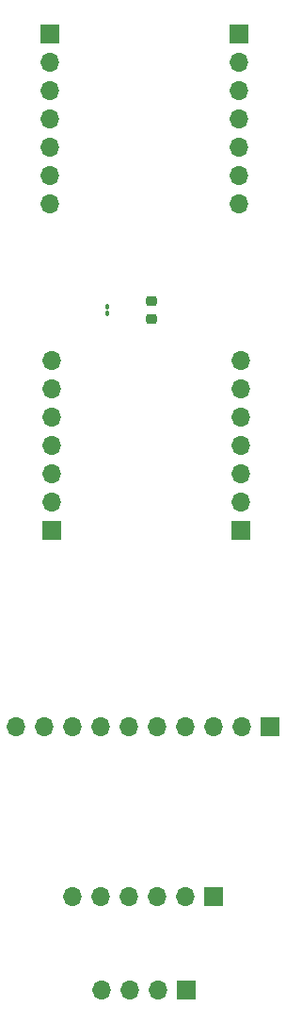
<source format=gbr>
%TF.GenerationSoftware,KiCad,Pcbnew,8.0.8*%
%TF.CreationDate,2025-02-10T09:30:08-08:00*%
%TF.ProjectId,pLUFsPCB,704c5546-7350-4434-922e-6b696361645f,1*%
%TF.SameCoordinates,Original*%
%TF.FileFunction,Soldermask,Top*%
%TF.FilePolarity,Negative*%
%FSLAX46Y46*%
G04 Gerber Fmt 4.6, Leading zero omitted, Abs format (unit mm)*
G04 Created by KiCad (PCBNEW 8.0.8) date 2025-02-10 09:30:08*
%MOMM*%
%LPD*%
G01*
G04 APERTURE LIST*
G04 Aperture macros list*
%AMRoundRect*
0 Rectangle with rounded corners*
0 $1 Rounding radius*
0 $2 $3 $4 $5 $6 $7 $8 $9 X,Y pos of 4 corners*
0 Add a 4 corners polygon primitive as box body*
4,1,4,$2,$3,$4,$5,$6,$7,$8,$9,$2,$3,0*
0 Add four circle primitives for the rounded corners*
1,1,$1+$1,$2,$3*
1,1,$1+$1,$4,$5*
1,1,$1+$1,$6,$7*
1,1,$1+$1,$8,$9*
0 Add four rect primitives between the rounded corners*
20,1,$1+$1,$2,$3,$4,$5,0*
20,1,$1+$1,$4,$5,$6,$7,0*
20,1,$1+$1,$6,$7,$8,$9,0*
20,1,$1+$1,$8,$9,$2,$3,0*%
G04 Aperture macros list end*
%ADD10R,1.700000X1.700000*%
%ADD11O,1.700000X1.700000*%
%ADD12RoundRect,0.218750X0.256250X-0.218750X0.256250X0.218750X-0.256250X0.218750X-0.256250X-0.218750X0*%
%ADD13RoundRect,0.100000X0.100000X-0.130000X0.100000X0.130000X-0.100000X0.130000X-0.100000X-0.130000X0*%
G04 APERTURE END LIST*
D10*
%TO.C,J1*%
X172000000Y-82725000D03*
D11*
X172000000Y-80185000D03*
X172000000Y-77645000D03*
X172000000Y-75105000D03*
X172000000Y-72565000D03*
X172000000Y-70025000D03*
X172000000Y-67485000D03*
%TD*%
D10*
%TO.C,J6*%
X171850000Y-38205000D03*
D11*
X171850000Y-40745000D03*
X171850000Y-43285000D03*
X171850000Y-45825000D03*
X171850000Y-48365000D03*
X171850000Y-50905000D03*
X171850000Y-53445000D03*
%TD*%
D12*
%TO.C,D1*%
X164000000Y-63787500D03*
X164000000Y-62212500D03*
%TD*%
D10*
%TO.C,J3*%
X169600000Y-115645000D03*
D11*
X167060000Y-115645000D03*
X164520000Y-115645000D03*
X161980000Y-115645000D03*
X159440000Y-115645000D03*
X156900000Y-115645000D03*
%TD*%
D10*
%TO.C,J5*%
X154850000Y-38200000D03*
D11*
X154850000Y-40740000D03*
X154850000Y-43280000D03*
X154850000Y-45820000D03*
X154850000Y-48360000D03*
X154850000Y-50900000D03*
X154850000Y-53440000D03*
%TD*%
D10*
%TO.C,J7*%
X167080000Y-124000000D03*
D11*
X164540000Y-124000000D03*
X162000000Y-124000000D03*
X159460000Y-124000000D03*
%TD*%
D10*
%TO.C,J4*%
X174675000Y-100405000D03*
D11*
X172135000Y-100405000D03*
X169595000Y-100405000D03*
X167055000Y-100405000D03*
X164515000Y-100405000D03*
X161975000Y-100405000D03*
X159435000Y-100405000D03*
X156895000Y-100405000D03*
X154355000Y-100405000D03*
X151815000Y-100405000D03*
%TD*%
D10*
%TO.C,J2*%
X155000000Y-82725000D03*
D11*
X155000000Y-80185000D03*
X155000000Y-77645000D03*
X155000000Y-75105000D03*
X155000000Y-72565000D03*
X155000000Y-70025000D03*
X155000000Y-67485000D03*
%TD*%
D13*
%TO.C,R2*%
X160000000Y-63320000D03*
X160000000Y-62680000D03*
%TD*%
M02*

</source>
